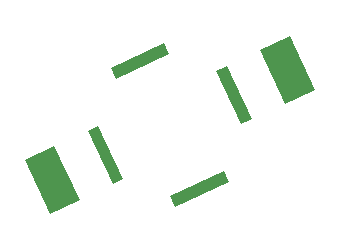
<source format=gbp>
G75*
%MOIN*%
%OFA0B0*%
%FSLAX24Y24*%
%IPPOS*%
%LPD*%
%AMOC8*
5,1,8,0,0,1.08239X$1,22.5*
%
%ADD10R,0.1098X0.2000*%
%ADD11R,0.1969X0.0394*%
D10*
G36*
X010792Y002920D02*
X009798Y002456D01*
X008952Y004268D01*
X009946Y004732D01*
X010792Y002920D01*
G37*
G36*
X018631Y006576D02*
X017637Y006112D01*
X016791Y007924D01*
X017785Y008388D01*
X018631Y006576D01*
G37*
D11*
G36*
X015696Y007395D02*
X016527Y005612D01*
X016170Y005445D01*
X015339Y007228D01*
X015696Y007395D01*
G37*
G36*
X011818Y007326D02*
X013601Y008157D01*
X013768Y007800D01*
X011985Y006969D01*
X011818Y007326D01*
G37*
G36*
X011414Y005399D02*
X012245Y003616D01*
X011888Y003449D01*
X011057Y005232D01*
X011414Y005399D01*
G37*
G36*
X013815Y003044D02*
X015598Y003875D01*
X015765Y003518D01*
X013982Y002687D01*
X013815Y003044D01*
G37*
M02*

</source>
